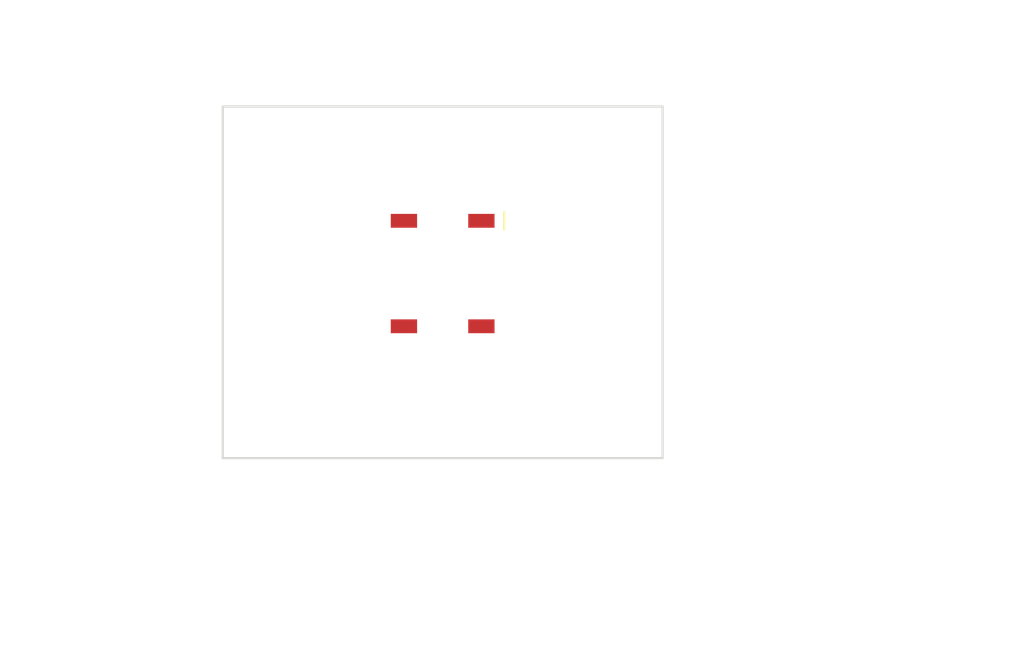
<source format=kicad_pcb>
(kicad_pcb (version 20171130) (host pcbnew 6.0.0-rc1-unknown-efe880b~66~ubuntu16.04.1)

  (general
    (thickness 1.6)
    (drawings 21)
    (tracks 0)
    (zones 0)
    (modules 1)
    (nets 1)
  )

  (page USLetter)
  (title_block
    (title "Project Title")
  )

  (layers
    (0 F.Cu signal)
    (31 B.Cu signal)
    (34 B.Paste user)
    (35 F.Paste user)
    (36 B.SilkS user)
    (37 F.SilkS user)
    (38 B.Mask user)
    (39 F.Mask user)
    (44 Edge.Cuts user)
    (46 B.CrtYd user)
    (47 F.CrtYd user)
    (48 B.Fab user)
    (49 F.Fab user)
  )

  (setup
    (last_trace_width 0.254)
    (user_trace_width 0.1524)
    (user_trace_width 0.254)
    (user_trace_width 0.3302)
    (user_trace_width 0.508)
    (user_trace_width 0.762)
    (user_trace_width 1.27)
    (trace_clearance 0.254)
    (zone_clearance 0.508)
    (zone_45_only no)
    (trace_min 0.1524)
    (via_size 0.6858)
    (via_drill 0.3302)
    (via_min_size 0.6858)
    (via_min_drill 0.3302)
    (user_via 0.6858 0.3302)
    (user_via 0.762 0.4064)
    (user_via 0.8636 0.508)
    (uvia_size 0.6858)
    (uvia_drill 0.3302)
    (uvias_allowed no)
    (uvia_min_size 0)
    (uvia_min_drill 0)
    (edge_width 0.1524)
    (segment_width 0.1524)
    (pcb_text_width 0.1524)
    (pcb_text_size 1.016 1.016)
    (mod_edge_width 0.1524)
    (mod_text_size 1.016 1.016)
    (mod_text_width 0.1524)
    (pad_size 1.524 1.524)
    (pad_drill 0.762)
    (pad_to_mask_clearance 0.0762)
    (solder_mask_min_width 0.1016)
    (pad_to_paste_clearance -0.0762)
    (aux_axis_origin 0 0)
    (visible_elements FFFEDF7D)
    (pcbplotparams
      (layerselection 0x310fc_80000001)
      (usegerberextensions true)
      (usegerberattributes false)
      (usegerberadvancedattributes false)
      (creategerberjobfile false)
      (excludeedgelayer true)
      (linewidth 0.100000)
      (plotframeref false)
      (viasonmask false)
      (mode 1)
      (useauxorigin false)
      (hpglpennumber 1)
      (hpglpenspeed 20)
      (hpglpendiameter 15.000000)
      (psnegative false)
      (psa4output false)
      (plotreference true)
      (plotvalue true)
      (plotinvisibletext false)
      (padsonsilk false)
      (subtractmaskfromsilk false)
      (outputformat 1)
      (mirror false)
      (drillshape 0)
      (scaleselection 1)
      (outputdirectory "gerbers"))
  )

  (net 0 "")

  (net_class Default "This is the default net class."
    (clearance 0.254)
    (trace_width 0.254)
    (via_dia 0.6858)
    (via_drill 0.3302)
    (uvia_dia 0.6858)
    (uvia_drill 0.3302)
  )

  (module neo-reverse:Neo-reverse_SMD_4Pin (layer F.Cu) (tedit 5C48E08B) (tstamp 5C493C52)
    (at 136.525 94.615)
    (descr "surface-mounted straight socket strip, 1x04, 2.54mm pitch, single row, style 1 (pin 1 left) (https://cdn.harwin.com/pdfs/M20-786.pdf), script generated")
    (tags "Surface mounted socket strip SMD 1x04 2.54mm single row style1 pin1 left")
    (attr smd)
    (fp_text reference REF** (at 0 -7.62) (layer F.Fab)
      (effects (font (size 1 1) (thickness 0.15)))
    )
    (fp_text value Neo-reverse_SMD_4Pin (at 0 6.985) (layer F.Fab)
      (effects (font (size 1 1) (thickness 0.15)))
    )
    (fp_line (start 4.445 -4.445) (end 4.445 -3.175) (layer F.SilkS) (width 0.15))
    (fp_line (start 4.445 4.475) (end -4.445 4.445) (layer F.CrtYd) (width 0.05))
    (fp_line (start -2.175 3.51) (end -2.175 4.11) (layer F.Fab) (width 0.1))
    (fp_line (start -3.175 3.51) (end -2.175 3.51) (layer F.Fab) (width 0.1))
    (fp_line (start -2.175 4.11) (end -3.175 4.11) (layer F.Fab) (width 0.1))
    (fp_line (start -4.445 -4.445) (end 4.445 -4.43) (layer F.CrtYd) (width 0.05))
    (fp_line (start -4.445 4.445) (end -4.445 -4.445) (layer F.CrtYd) (width 0.05))
    (fp_text user %R (at 0.635 0 180) (layer F.Fab)
      (effects (font (size 1 1) (thickness 0.15)))
    )
    (fp_line (start 4.445 -4.43) (end 4.445 4.475) (layer F.CrtYd) (width 0.05))
    (fp_line (start 2.175 -3.51) (end 2.175 -4.11) (layer F.Fab) (width 0.1))
    (fp_line (start 3.175 -3.51) (end 2.175 -3.51) (layer F.Fab) (width 0.1))
    (fp_line (start 2.175 -4.11) (end 3.175 -4.11) (layer F.Fab) (width 0.1))
    (pad 3 smd rect (at -2.795 -3.81 180) (size 1.9 1) (layers F.Cu F.Paste F.Mask))
    (pad 4 smd rect (at -2.795 3.81 180) (size 1.9 1) (layers F.Cu F.Paste F.Mask))
    (pad 2 smd rect (at 2.795 3.81) (size 1.9 1) (layers F.Cu F.Paste F.Mask))
    (pad 1 smd rect (at 2.795 -3.81) (size 1.9 1) (layers F.Cu F.Paste F.Mask))
    (model ${KIPRJMOD}/vrml/ws2812b_reverse.wrl
      (at (xyz 0 0 0))
      (scale (xyz 0.3937 0.3937 0.3937))
      (rotate (xyz 0 0 0))
    )
  )

  (gr_line (start 120.65 82.55) (end 120.65 107.95) (layer Edge.Cuts) (width 0.1524) (tstamp 5C492D56))
  (gr_line (start 152.4 107.95) (end 120.65 107.95) (layer Edge.Cuts) (width 0.1524))
  (gr_line (start 152.4 82.55) (end 152.4 107.95) (layer Edge.Cuts) (width 0.1524))
  (gr_line (start 120.65 82.55) (end 152.4 82.55) (layer Edge.Cuts) (width 0.1524))
  (gr_circle (center 117.348 76.962) (end 118.618 76.962) (layer Dwgs.User) (width 0.15))
  (gr_line (start 114.427 78.994) (end 114.427 74.93) (angle 90) (layer Dwgs.User) (width 0.15))
  (gr_line (start 120.269 78.994) (end 114.427 78.994) (angle 90) (layer Dwgs.User) (width 0.15))
  (gr_line (start 120.269 74.93) (end 120.269 78.994) (angle 90) (layer Dwgs.User) (width 0.15))
  (gr_line (start 114.427 74.93) (end 120.269 74.93) (angle 90) (layer Dwgs.User) (width 0.15))
  (gr_line (start 120.523 93.98) (end 104.648 93.98) (angle 90) (layer Dwgs.User) (width 0.15))
  (gr_line (start 173.355 102.235) (end 173.355 94.615) (angle 90) (layer Dwgs.User) (width 0.15))
  (gr_line (start 178.435 102.235) (end 173.355 102.235) (angle 90) (layer Dwgs.User) (width 0.15))
  (gr_line (start 178.435 94.615) (end 178.435 102.235) (angle 90) (layer Dwgs.User) (width 0.15))
  (gr_line (start 173.355 94.615) (end 178.435 94.615) (angle 90) (layer Dwgs.User) (width 0.15))
  (gr_line (start 109.093 123.19) (end 109.093 114.3) (angle 90) (layer Dwgs.User) (width 0.15))
  (gr_line (start 122.428 123.19) (end 109.093 123.19) (angle 90) (layer Dwgs.User) (width 0.15))
  (gr_line (start 122.428 114.3) (end 122.428 123.19) (angle 90) (layer Dwgs.User) (width 0.15))
  (gr_line (start 109.093 114.3) (end 122.428 114.3) (angle 90) (layer Dwgs.User) (width 0.15))
  (gr_line (start 104.648 93.98) (end 104.648 82.55) (angle 90) (layer Dwgs.User) (width 0.15))
  (gr_line (start 120.523 82.55) (end 120.523 93.98) (angle 90) (layer Dwgs.User) (width 0.15))
  (gr_line (start 104.648 82.55) (end 120.523 82.55) (angle 90) (layer Dwgs.User) (width 0.15))

)

</source>
